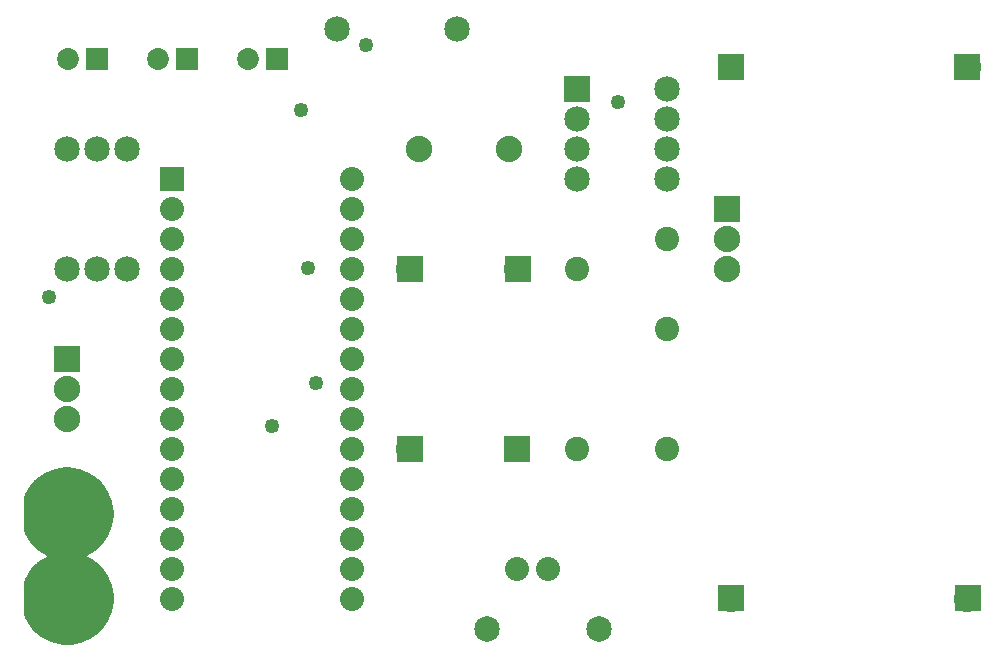
<source format=gbs>
G04 MADE WITH FRITZING*
G04 WWW.FRITZING.ORG*
G04 DOUBLE SIDED*
G04 HOLES PLATED*
G04 CONTOUR ON CENTER OF CONTOUR VECTOR*
%ASAXBY*%
%FSLAX23Y23*%
%MOIN*%
%OFA0B0*%
%SFA1.0B1.0*%
%ADD10C,0.080000*%
%ADD11C,0.072992*%
%ADD12C,0.085000*%
%ADD13C,0.088000*%
%ADD14C,0.085118*%
%ADD15C,0.081181*%
%ADD16C,0.139389*%
%ADD17C,0.049370*%
%ADD18R,0.079972X0.080000*%
%ADD19R,0.072992X0.072992*%
%ADD20R,0.090000X0.090000*%
%ADD21R,0.088000X0.088000*%
%ADD22R,0.085000X0.085000*%
%ADD23R,0.087806X0.087630*%
%ADD24R,0.001000X0.001000*%
%LNMASK0*%
G90*
G70*
G54D10*
X492Y1646D03*
X492Y1546D03*
X492Y1446D03*
X492Y1346D03*
X492Y1246D03*
X492Y1146D03*
X492Y1046D03*
X492Y946D03*
X492Y846D03*
X492Y746D03*
X492Y646D03*
X492Y546D03*
X492Y446D03*
X492Y346D03*
X492Y246D03*
X1092Y1646D03*
X1092Y1546D03*
X1092Y1446D03*
X1092Y1346D03*
X1092Y1246D03*
X1092Y1146D03*
X1092Y1046D03*
X1092Y946D03*
X1092Y846D03*
X1092Y746D03*
X1092Y646D03*
X1092Y546D03*
X1092Y446D03*
X1092Y346D03*
X1092Y246D03*
G54D11*
X544Y2046D03*
X446Y2046D03*
X844Y2046D03*
X746Y2046D03*
X244Y2046D03*
X146Y2046D03*
G54D12*
X344Y1346D03*
X344Y1746D03*
X244Y1346D03*
X244Y1746D03*
X144Y1346D03*
X144Y1746D03*
G54D13*
X2357Y246D03*
X3144Y246D03*
X2357Y2018D03*
X3145Y2018D03*
G54D12*
X1844Y1946D03*
X2144Y1946D03*
X1844Y1846D03*
X2144Y1846D03*
X1844Y1746D03*
X2144Y1746D03*
X1844Y1646D03*
X2144Y1646D03*
G54D13*
X2344Y1546D03*
X2344Y1446D03*
X2344Y1346D03*
G54D12*
X1444Y2146D03*
X1044Y2146D03*
G54D14*
X1918Y146D03*
X1544Y146D03*
G54D15*
X1844Y1346D03*
X1844Y746D03*
X2144Y746D03*
X2144Y1446D03*
X2144Y1146D03*
G54D10*
X1745Y346D03*
X1644Y346D03*
G54D13*
X144Y1046D03*
X144Y946D03*
X144Y846D03*
G54D16*
X144Y246D03*
X144Y528D03*
G54D13*
X1644Y1346D03*
X1284Y1346D03*
X1284Y746D03*
X1644Y746D03*
X1318Y1746D03*
X1618Y1745D03*
G54D17*
X84Y1252D03*
X924Y1876D03*
X948Y1348D03*
X1980Y1900D03*
X1140Y2092D03*
X828Y820D03*
X972Y964D03*
G54D18*
X492Y1646D03*
G54D19*
X544Y2046D03*
X844Y2046D03*
X244Y2046D03*
G54D20*
X3145Y247D03*
G54D21*
X2357Y247D03*
X2357Y2018D03*
X3144Y2018D03*
G54D22*
X1844Y1946D03*
G54D21*
X2344Y1546D03*
X144Y1046D03*
G54D23*
X1285Y746D03*
X1644Y746D03*
X1645Y1346D03*
X1285Y1346D03*
G54D24*
X130Y683D02*
X157Y683D01*
X123Y682D02*
X164Y682D01*
X117Y681D02*
X169Y681D01*
X113Y680D02*
X174Y680D01*
X109Y679D02*
X178Y679D01*
X105Y678D02*
X181Y678D01*
X102Y677D02*
X185Y677D01*
X99Y676D02*
X188Y676D01*
X96Y675D02*
X191Y675D01*
X93Y674D02*
X194Y674D01*
X90Y673D02*
X196Y673D01*
X88Y672D02*
X199Y672D01*
X85Y671D02*
X201Y671D01*
X83Y670D02*
X204Y670D01*
X80Y669D02*
X206Y669D01*
X78Y668D02*
X208Y668D01*
X76Y667D02*
X210Y667D01*
X74Y666D02*
X212Y666D01*
X72Y665D02*
X214Y665D01*
X70Y664D02*
X216Y664D01*
X68Y663D02*
X218Y663D01*
X66Y662D02*
X220Y662D01*
X65Y661D02*
X222Y661D01*
X63Y660D02*
X224Y660D01*
X61Y659D02*
X225Y659D01*
X59Y658D02*
X227Y658D01*
X58Y657D02*
X229Y657D01*
X56Y656D02*
X230Y656D01*
X55Y655D02*
X232Y655D01*
X53Y654D02*
X233Y654D01*
X52Y653D02*
X235Y653D01*
X50Y652D02*
X236Y652D01*
X49Y651D02*
X238Y651D01*
X48Y650D02*
X239Y650D01*
X46Y649D02*
X240Y649D01*
X45Y648D02*
X242Y648D01*
X44Y647D02*
X243Y647D01*
X42Y646D02*
X244Y646D01*
X41Y645D02*
X245Y645D01*
X40Y644D02*
X247Y644D01*
X39Y643D02*
X248Y643D01*
X38Y642D02*
X249Y642D01*
X37Y641D02*
X250Y641D01*
X35Y640D02*
X251Y640D01*
X34Y639D02*
X252Y639D01*
X33Y638D02*
X253Y638D01*
X32Y637D02*
X254Y637D01*
X32Y636D02*
X255Y636D01*
X31Y635D02*
X256Y635D01*
X30Y634D02*
X257Y634D01*
X29Y633D02*
X258Y633D01*
X28Y632D02*
X258Y632D01*
X27Y631D02*
X259Y631D01*
X26Y630D02*
X260Y630D01*
X25Y629D02*
X261Y629D01*
X25Y628D02*
X262Y628D01*
X24Y627D02*
X263Y627D01*
X23Y626D02*
X263Y626D01*
X22Y625D02*
X264Y625D01*
X22Y624D02*
X265Y624D01*
X21Y623D02*
X266Y623D01*
X20Y622D02*
X266Y622D01*
X19Y621D02*
X267Y621D01*
X19Y620D02*
X268Y620D01*
X18Y619D02*
X268Y619D01*
X17Y618D02*
X269Y618D01*
X17Y617D02*
X270Y617D01*
X16Y616D02*
X270Y616D01*
X15Y615D02*
X271Y615D01*
X15Y614D02*
X272Y614D01*
X14Y613D02*
X272Y613D01*
X14Y612D02*
X273Y612D01*
X13Y611D02*
X273Y611D01*
X12Y610D02*
X274Y610D01*
X12Y609D02*
X275Y609D01*
X11Y608D02*
X275Y608D01*
X11Y607D02*
X276Y607D01*
X10Y606D02*
X276Y606D01*
X10Y605D02*
X277Y605D01*
X9Y604D02*
X277Y604D01*
X9Y603D02*
X278Y603D01*
X8Y602D02*
X278Y602D01*
X8Y601D02*
X279Y601D01*
X7Y600D02*
X279Y600D01*
X7Y599D02*
X280Y599D01*
X6Y598D02*
X280Y598D01*
X6Y597D02*
X281Y597D01*
X5Y596D02*
X281Y596D01*
X5Y595D02*
X282Y595D01*
X4Y594D02*
X282Y594D01*
X4Y593D02*
X283Y593D01*
X3Y592D02*
X283Y592D01*
X3Y591D02*
X284Y591D01*
X2Y590D02*
X284Y590D01*
X2Y589D02*
X285Y589D01*
X1Y588D02*
X285Y588D01*
X1Y587D02*
X285Y587D01*
X1Y586D02*
X286Y586D01*
X0Y585D02*
X286Y585D01*
X0Y584D02*
X287Y584D01*
X0Y583D02*
X287Y583D01*
X0Y582D02*
X287Y582D01*
X0Y581D02*
X288Y581D01*
X0Y580D02*
X288Y580D01*
X0Y579D02*
X289Y579D01*
X0Y578D02*
X289Y578D01*
X0Y577D02*
X289Y577D01*
X0Y576D02*
X290Y576D01*
X0Y575D02*
X290Y575D01*
X0Y574D02*
X290Y574D01*
X0Y573D02*
X291Y573D01*
X0Y572D02*
X291Y572D01*
X0Y571D02*
X291Y571D01*
X0Y570D02*
X292Y570D01*
X0Y569D02*
X292Y569D01*
X0Y568D02*
X292Y568D01*
X0Y567D02*
X292Y567D01*
X0Y566D02*
X293Y566D01*
X0Y565D02*
X293Y565D01*
X0Y564D02*
X293Y564D01*
X0Y563D02*
X294Y563D01*
X0Y562D02*
X294Y562D01*
X0Y561D02*
X294Y561D01*
X0Y560D02*
X294Y560D01*
X0Y559D02*
X295Y559D01*
X0Y558D02*
X295Y558D01*
X0Y557D02*
X295Y557D01*
X0Y556D02*
X295Y556D01*
X0Y555D02*
X295Y555D01*
X0Y554D02*
X296Y554D01*
X0Y553D02*
X296Y553D01*
X0Y552D02*
X296Y552D01*
X0Y551D02*
X296Y551D01*
X0Y550D02*
X296Y550D01*
X0Y549D02*
X297Y549D01*
X0Y548D02*
X297Y548D01*
X0Y547D02*
X297Y547D01*
X0Y546D02*
X297Y546D01*
X0Y545D02*
X297Y545D01*
X0Y544D02*
X297Y544D01*
X0Y543D02*
X297Y543D01*
X0Y542D02*
X298Y542D01*
X0Y541D02*
X298Y541D01*
X0Y540D02*
X298Y540D01*
X0Y539D02*
X298Y539D01*
X0Y538D02*
X298Y538D01*
X0Y537D02*
X298Y537D01*
X0Y536D02*
X298Y536D01*
X0Y535D02*
X298Y535D01*
X0Y534D02*
X298Y534D01*
X0Y533D02*
X298Y533D01*
X0Y532D02*
X298Y532D01*
X0Y531D02*
X298Y531D01*
X0Y530D02*
X298Y530D01*
X0Y529D02*
X298Y529D01*
X0Y528D02*
X298Y528D01*
X0Y527D02*
X298Y527D01*
X0Y526D02*
X298Y526D01*
X0Y525D02*
X298Y525D01*
X0Y524D02*
X298Y524D01*
X0Y523D02*
X298Y523D01*
X0Y522D02*
X298Y522D01*
X0Y521D02*
X298Y521D01*
X0Y520D02*
X298Y520D01*
X0Y519D02*
X298Y519D01*
X0Y518D02*
X298Y518D01*
X0Y517D02*
X298Y517D01*
X0Y516D02*
X298Y516D01*
X0Y515D02*
X298Y515D01*
X0Y514D02*
X297Y514D01*
X0Y513D02*
X297Y513D01*
X0Y512D02*
X297Y512D01*
X0Y511D02*
X297Y511D01*
X0Y510D02*
X297Y510D01*
X0Y509D02*
X297Y509D01*
X0Y508D02*
X297Y508D01*
X0Y507D02*
X296Y507D01*
X0Y506D02*
X296Y506D01*
X0Y505D02*
X296Y505D01*
X0Y504D02*
X296Y504D01*
X0Y503D02*
X296Y503D01*
X0Y502D02*
X295Y502D01*
X0Y501D02*
X295Y501D01*
X0Y500D02*
X295Y500D01*
X0Y499D02*
X295Y499D01*
X0Y498D02*
X295Y498D01*
X0Y497D02*
X294Y497D01*
X0Y496D02*
X294Y496D01*
X0Y495D02*
X294Y495D01*
X0Y494D02*
X294Y494D01*
X0Y493D02*
X293Y493D01*
X0Y492D02*
X293Y492D01*
X0Y491D02*
X293Y491D01*
X0Y490D02*
X293Y490D01*
X0Y489D02*
X292Y489D01*
X0Y488D02*
X292Y488D01*
X0Y487D02*
X292Y487D01*
X0Y486D02*
X291Y486D01*
X0Y485D02*
X291Y485D01*
X0Y484D02*
X291Y484D01*
X0Y483D02*
X290Y483D01*
X0Y482D02*
X290Y482D01*
X0Y481D02*
X290Y481D01*
X0Y480D02*
X289Y480D01*
X0Y479D02*
X289Y479D01*
X0Y478D02*
X289Y478D01*
X0Y477D02*
X288Y477D01*
X0Y476D02*
X288Y476D01*
X0Y475D02*
X288Y475D01*
X0Y474D02*
X287Y474D01*
X0Y473D02*
X287Y473D01*
X0Y472D02*
X286Y472D01*
X0Y471D02*
X286Y471D01*
X1Y470D02*
X286Y470D01*
X1Y469D02*
X285Y469D01*
X2Y468D02*
X285Y468D01*
X2Y467D02*
X284Y467D01*
X3Y466D02*
X284Y466D01*
X3Y465D02*
X283Y465D01*
X3Y464D02*
X283Y464D01*
X4Y463D02*
X283Y463D01*
X4Y462D02*
X282Y462D01*
X5Y461D02*
X282Y461D01*
X5Y460D02*
X281Y460D01*
X6Y459D02*
X281Y459D01*
X6Y458D02*
X280Y458D01*
X7Y457D02*
X280Y457D01*
X7Y456D02*
X279Y456D01*
X8Y455D02*
X279Y455D01*
X8Y454D02*
X278Y454D01*
X9Y453D02*
X278Y453D01*
X9Y452D02*
X277Y452D01*
X10Y451D02*
X277Y451D01*
X11Y450D02*
X276Y450D01*
X11Y449D02*
X275Y449D01*
X12Y448D02*
X275Y448D01*
X12Y447D02*
X274Y447D01*
X13Y446D02*
X274Y446D01*
X13Y445D02*
X273Y445D01*
X14Y444D02*
X272Y444D01*
X15Y443D02*
X272Y443D01*
X15Y442D02*
X271Y442D01*
X16Y441D02*
X271Y441D01*
X17Y440D02*
X270Y440D01*
X17Y439D02*
X269Y439D01*
X18Y438D02*
X269Y438D01*
X19Y437D02*
X268Y437D01*
X19Y436D02*
X267Y436D01*
X20Y435D02*
X267Y435D01*
X21Y434D02*
X266Y434D01*
X21Y433D02*
X265Y433D01*
X22Y432D02*
X264Y432D01*
X23Y431D02*
X264Y431D01*
X24Y430D02*
X263Y430D01*
X24Y429D02*
X262Y429D01*
X25Y428D02*
X261Y428D01*
X26Y427D02*
X261Y427D01*
X27Y426D02*
X260Y426D01*
X28Y425D02*
X259Y425D01*
X28Y424D02*
X258Y424D01*
X29Y423D02*
X257Y423D01*
X30Y422D02*
X256Y422D01*
X31Y421D02*
X255Y421D01*
X32Y420D02*
X254Y420D01*
X33Y419D02*
X253Y419D01*
X34Y418D02*
X252Y418D01*
X35Y417D02*
X251Y417D01*
X36Y416D02*
X250Y416D01*
X37Y415D02*
X249Y415D01*
X38Y414D02*
X248Y414D01*
X39Y413D02*
X247Y413D01*
X41Y412D02*
X246Y412D01*
X42Y411D02*
X245Y411D01*
X43Y410D02*
X243Y410D01*
X44Y409D02*
X242Y409D01*
X46Y408D02*
X241Y408D01*
X47Y407D02*
X239Y407D01*
X48Y406D02*
X238Y406D01*
X50Y405D02*
X237Y405D01*
X51Y404D02*
X235Y404D01*
X53Y403D02*
X234Y403D01*
X54Y402D02*
X232Y402D01*
X56Y401D02*
X231Y401D01*
X57Y400D02*
X229Y400D01*
X59Y399D02*
X228Y399D01*
X60Y398D02*
X226Y398D01*
X62Y397D02*
X224Y397D01*
X64Y396D02*
X223Y396D01*
X66Y395D02*
X221Y395D01*
X67Y394D02*
X219Y394D01*
X69Y393D02*
X217Y393D01*
X71Y392D02*
X215Y392D01*
X73Y391D02*
X213Y391D01*
X75Y390D02*
X211Y390D01*
X77Y389D02*
X209Y389D01*
X80Y388D02*
X207Y388D01*
X81Y387D02*
X207Y387D01*
X78Y386D02*
X209Y386D01*
X76Y385D02*
X212Y385D01*
X74Y384D02*
X214Y384D01*
X72Y383D02*
X216Y383D01*
X70Y382D02*
X218Y382D01*
X68Y381D02*
X219Y381D01*
X67Y380D02*
X221Y380D01*
X65Y379D02*
X223Y379D01*
X63Y378D02*
X225Y378D01*
X61Y377D02*
X226Y377D01*
X60Y376D02*
X228Y376D01*
X58Y375D02*
X230Y375D01*
X57Y374D02*
X231Y374D01*
X55Y373D02*
X233Y373D01*
X54Y372D02*
X234Y372D01*
X52Y371D02*
X236Y371D01*
X51Y370D02*
X237Y370D01*
X49Y369D02*
X239Y369D01*
X48Y368D02*
X240Y368D01*
X47Y367D02*
X241Y367D01*
X45Y366D02*
X243Y366D01*
X44Y365D02*
X244Y365D01*
X43Y364D02*
X245Y364D01*
X42Y363D02*
X246Y363D01*
X40Y362D02*
X247Y362D01*
X39Y361D02*
X249Y361D01*
X38Y360D02*
X250Y360D01*
X37Y359D02*
X251Y359D01*
X36Y358D02*
X252Y358D01*
X35Y357D02*
X253Y357D01*
X34Y356D02*
X254Y356D01*
X33Y355D02*
X255Y355D01*
X32Y354D02*
X256Y354D01*
X31Y353D02*
X257Y353D01*
X30Y352D02*
X258Y352D01*
X29Y351D02*
X259Y351D01*
X28Y350D02*
X259Y350D01*
X28Y349D02*
X260Y349D01*
X27Y348D02*
X261Y348D01*
X26Y347D02*
X262Y347D01*
X25Y346D02*
X263Y346D01*
X24Y345D02*
X263Y345D01*
X24Y344D02*
X264Y344D01*
X23Y343D02*
X265Y343D01*
X22Y342D02*
X266Y342D01*
X21Y341D02*
X266Y341D01*
X21Y340D02*
X267Y340D01*
X20Y339D02*
X268Y339D01*
X19Y338D02*
X268Y338D01*
X19Y337D02*
X269Y337D01*
X18Y336D02*
X270Y336D01*
X17Y335D02*
X271Y335D01*
X17Y334D02*
X271Y334D01*
X16Y333D02*
X272Y333D01*
X15Y332D02*
X272Y332D01*
X15Y331D02*
X273Y331D01*
X14Y330D02*
X274Y330D01*
X14Y329D02*
X274Y329D01*
X13Y328D02*
X275Y328D01*
X12Y327D02*
X275Y327D01*
X12Y326D02*
X276Y326D01*
X11Y325D02*
X277Y325D01*
X11Y324D02*
X277Y324D01*
X10Y323D02*
X278Y323D01*
X10Y322D02*
X278Y322D01*
X9Y321D02*
X279Y321D01*
X9Y320D02*
X279Y320D01*
X8Y319D02*
X280Y319D01*
X8Y318D02*
X280Y318D01*
X7Y317D02*
X281Y317D01*
X7Y316D02*
X281Y316D01*
X6Y315D02*
X282Y315D01*
X6Y314D02*
X282Y314D01*
X5Y313D02*
X283Y313D01*
X5Y312D02*
X283Y312D01*
X4Y311D02*
X284Y311D01*
X4Y310D02*
X284Y310D01*
X3Y309D02*
X284Y309D01*
X3Y308D02*
X285Y308D01*
X2Y307D02*
X285Y307D01*
X2Y306D02*
X286Y306D01*
X2Y305D02*
X286Y305D01*
X1Y304D02*
X287Y304D01*
X1Y303D02*
X287Y303D01*
X0Y302D02*
X287Y302D01*
X0Y301D02*
X288Y301D01*
X0Y300D02*
X288Y300D01*
X0Y299D02*
X289Y299D01*
X0Y298D02*
X289Y298D01*
X0Y297D02*
X289Y297D01*
X0Y296D02*
X290Y296D01*
X0Y295D02*
X290Y295D01*
X0Y294D02*
X290Y294D01*
X0Y293D02*
X291Y293D01*
X0Y292D02*
X291Y292D01*
X0Y291D02*
X291Y291D01*
X0Y290D02*
X292Y290D01*
X0Y289D02*
X292Y289D01*
X0Y288D02*
X292Y288D01*
X0Y287D02*
X293Y287D01*
X0Y286D02*
X293Y286D01*
X0Y285D02*
X293Y285D01*
X0Y284D02*
X293Y284D01*
X0Y283D02*
X294Y283D01*
X0Y282D02*
X294Y282D01*
X0Y281D02*
X294Y281D01*
X0Y280D02*
X295Y280D01*
X0Y279D02*
X295Y279D01*
X0Y278D02*
X295Y278D01*
X0Y277D02*
X295Y277D01*
X0Y276D02*
X295Y276D01*
X0Y275D02*
X296Y275D01*
X0Y274D02*
X296Y274D01*
X0Y273D02*
X296Y273D01*
X0Y272D02*
X296Y272D01*
X0Y271D02*
X297Y271D01*
X0Y270D02*
X297Y270D01*
X0Y269D02*
X297Y269D01*
X0Y268D02*
X297Y268D01*
X0Y267D02*
X297Y267D01*
X0Y266D02*
X297Y266D01*
X0Y265D02*
X298Y265D01*
X0Y264D02*
X298Y264D01*
X0Y263D02*
X298Y263D01*
X0Y262D02*
X298Y262D01*
X0Y261D02*
X298Y261D01*
X0Y260D02*
X298Y260D01*
X0Y259D02*
X298Y259D01*
X0Y258D02*
X298Y258D01*
X0Y257D02*
X298Y257D01*
X0Y256D02*
X299Y256D01*
X0Y255D02*
X299Y255D01*
X0Y254D02*
X299Y254D01*
X0Y253D02*
X299Y253D01*
X0Y252D02*
X299Y252D01*
X0Y251D02*
X299Y251D01*
X0Y250D02*
X299Y250D01*
X0Y249D02*
X299Y249D01*
X0Y248D02*
X299Y248D01*
X0Y247D02*
X299Y247D01*
X0Y246D02*
X299Y246D01*
X0Y245D02*
X299Y245D01*
X0Y244D02*
X299Y244D01*
X0Y243D02*
X299Y243D01*
X0Y242D02*
X299Y242D01*
X0Y241D02*
X299Y241D01*
X0Y240D02*
X299Y240D01*
X0Y239D02*
X299Y239D01*
X0Y238D02*
X299Y238D01*
X0Y237D02*
X299Y237D01*
X0Y236D02*
X298Y236D01*
X0Y235D02*
X298Y235D01*
X0Y234D02*
X298Y234D01*
X0Y233D02*
X298Y233D01*
X0Y232D02*
X298Y232D01*
X0Y231D02*
X298Y231D01*
X0Y230D02*
X298Y230D01*
X0Y229D02*
X298Y229D01*
X0Y228D02*
X298Y228D01*
X0Y227D02*
X297Y227D01*
X0Y226D02*
X297Y226D01*
X0Y225D02*
X297Y225D01*
X0Y224D02*
X297Y224D01*
X0Y223D02*
X297Y223D01*
X0Y222D02*
X297Y222D01*
X0Y221D02*
X296Y221D01*
X0Y220D02*
X296Y220D01*
X0Y219D02*
X296Y219D01*
X0Y218D02*
X296Y218D01*
X0Y217D02*
X295Y217D01*
X0Y216D02*
X295Y216D01*
X0Y215D02*
X295Y215D01*
X0Y214D02*
X295Y214D01*
X0Y213D02*
X295Y213D01*
X0Y212D02*
X294Y212D01*
X0Y211D02*
X294Y211D01*
X0Y210D02*
X294Y210D01*
X0Y209D02*
X293Y209D01*
X0Y208D02*
X293Y208D01*
X0Y207D02*
X293Y207D01*
X0Y206D02*
X293Y206D01*
X0Y205D02*
X292Y205D01*
X0Y204D02*
X292Y204D01*
X0Y203D02*
X292Y203D01*
X0Y202D02*
X291Y202D01*
X0Y201D02*
X291Y201D01*
X0Y200D02*
X291Y200D01*
X0Y199D02*
X290Y199D01*
X0Y198D02*
X290Y198D01*
X0Y197D02*
X290Y197D01*
X0Y196D02*
X289Y196D01*
X0Y195D02*
X289Y195D01*
X0Y194D02*
X289Y194D01*
X0Y193D02*
X288Y193D01*
X0Y192D02*
X288Y192D01*
X0Y191D02*
X287Y191D01*
X1Y190D02*
X287Y190D01*
X1Y189D02*
X287Y189D01*
X2Y188D02*
X286Y188D01*
X2Y187D02*
X286Y187D01*
X2Y186D02*
X285Y186D01*
X3Y185D02*
X285Y185D01*
X3Y184D02*
X284Y184D01*
X4Y183D02*
X284Y183D01*
X4Y182D02*
X284Y182D01*
X5Y181D02*
X283Y181D01*
X5Y180D02*
X283Y180D01*
X6Y179D02*
X282Y179D01*
X6Y178D02*
X282Y178D01*
X7Y177D02*
X281Y177D01*
X7Y176D02*
X281Y176D01*
X8Y175D02*
X280Y175D01*
X8Y174D02*
X280Y174D01*
X9Y173D02*
X279Y173D01*
X9Y172D02*
X279Y172D01*
X10Y171D02*
X278Y171D01*
X10Y170D02*
X278Y170D01*
X11Y169D02*
X277Y169D01*
X11Y168D02*
X277Y168D01*
X12Y167D02*
X276Y167D01*
X12Y166D02*
X275Y166D01*
X13Y165D02*
X275Y165D01*
X14Y164D02*
X274Y164D01*
X14Y163D02*
X274Y163D01*
X15Y162D02*
X273Y162D01*
X15Y161D02*
X272Y161D01*
X16Y160D02*
X272Y160D01*
X17Y159D02*
X271Y159D01*
X17Y158D02*
X271Y158D01*
X18Y157D02*
X270Y157D01*
X19Y156D02*
X269Y156D01*
X19Y155D02*
X268Y155D01*
X20Y154D02*
X268Y154D01*
X21Y153D02*
X267Y153D01*
X21Y152D02*
X266Y152D01*
X22Y151D02*
X266Y151D01*
X23Y150D02*
X265Y150D01*
X24Y149D02*
X264Y149D01*
X24Y148D02*
X263Y148D01*
X25Y147D02*
X263Y147D01*
X26Y146D02*
X262Y146D01*
X27Y145D02*
X261Y145D01*
X28Y144D02*
X260Y144D01*
X28Y143D02*
X259Y143D01*
X29Y142D02*
X258Y142D01*
X30Y141D02*
X258Y141D01*
X31Y140D02*
X257Y140D01*
X32Y139D02*
X256Y139D01*
X33Y138D02*
X255Y138D01*
X34Y137D02*
X254Y137D01*
X35Y136D02*
X253Y136D01*
X36Y135D02*
X252Y135D01*
X37Y134D02*
X251Y134D01*
X38Y133D02*
X250Y133D01*
X39Y132D02*
X249Y132D01*
X40Y131D02*
X247Y131D01*
X42Y130D02*
X246Y130D01*
X43Y129D02*
X245Y129D01*
X44Y128D02*
X244Y128D01*
X45Y127D02*
X243Y127D01*
X47Y126D02*
X241Y126D01*
X48Y125D02*
X240Y125D01*
X49Y124D02*
X239Y124D01*
X51Y123D02*
X237Y123D01*
X52Y122D02*
X236Y122D01*
X54Y121D02*
X234Y121D01*
X55Y120D02*
X233Y120D01*
X57Y119D02*
X231Y119D01*
X58Y118D02*
X230Y118D01*
X60Y117D02*
X228Y117D01*
X61Y116D02*
X226Y116D01*
X63Y115D02*
X225Y115D01*
X65Y114D02*
X223Y114D01*
X67Y113D02*
X221Y113D01*
X68Y112D02*
X219Y112D01*
X70Y111D02*
X217Y111D01*
X72Y110D02*
X215Y110D01*
X74Y109D02*
X213Y109D01*
X76Y108D02*
X211Y108D01*
X79Y107D02*
X209Y107D01*
X81Y106D02*
X207Y106D01*
X83Y105D02*
X205Y105D01*
X85Y104D02*
X203Y104D01*
X88Y103D02*
X200Y103D01*
X90Y102D02*
X198Y102D01*
X93Y101D02*
X195Y101D01*
X96Y100D02*
X192Y100D01*
X99Y99D02*
X189Y99D01*
X102Y98D02*
X186Y98D01*
X105Y97D02*
X183Y97D01*
X109Y96D02*
X179Y96D01*
X113Y95D02*
X175Y95D01*
X117Y94D02*
X171Y94D01*
X122Y93D02*
X166Y93D01*
X129Y92D02*
X159Y92D01*
X142Y91D02*
X146Y91D01*
D02*
G04 End of Mask0*
M02*
</source>
